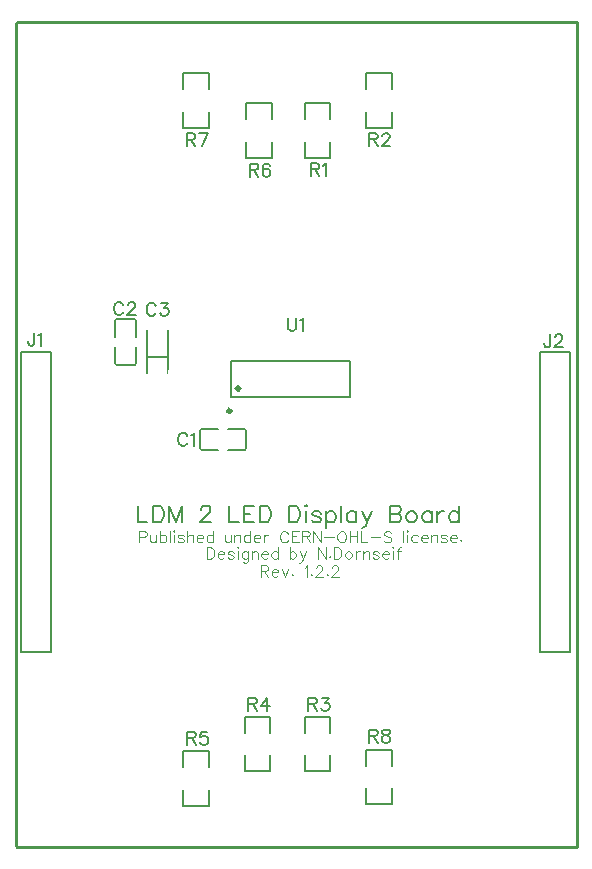
<source format=gto>
G04 Layer: TopSilkscreenLayer*
G04 EasyEDA v6.5.23, 2023-06-06 19:11:06*
G04 440996f75ca54165bcb2688da9f4019d,0997c0c323a540828c61b468e30a80a1,10*
G04 Gerber Generator version 0.2*
G04 Scale: 100 percent, Rotated: No, Reflected: No *
G04 Dimensions in millimeters *
G04 leading zeros omitted , absolute positions ,4 integer and 5 decimal *
%FSLAX45Y45*%
%MOMM*%

%ADD10C,0.1700*%
%ADD11C,0.1200*%
%ADD12C,0.1524*%
%ADD13C,0.2540*%
%ADD14C,0.2032*%
%ADD15C,0.2030*%
%ADD16C,0.3000*%
%ADD17C,0.0105*%

%LPD*%
D10*
X2476500Y7695184D02*
G01*
X2476500Y7551928D01*
X2476500Y7551928D02*
G01*
X2558288Y7551928D01*
X2603245Y7695184D02*
G01*
X2603245Y7551928D01*
X2603245Y7695184D02*
G01*
X2650997Y7695184D01*
X2671572Y7688326D01*
X2685034Y7674610D01*
X2691891Y7661147D01*
X2698750Y7640573D01*
X2698750Y7606537D01*
X2691891Y7585963D01*
X2685034Y7572502D01*
X2671572Y7558786D01*
X2650997Y7551928D01*
X2603245Y7551928D01*
X2743708Y7695184D02*
G01*
X2743708Y7551928D01*
X2743708Y7695184D02*
G01*
X2798318Y7551928D01*
X2852927Y7695184D02*
G01*
X2798318Y7551928D01*
X2852927Y7695184D02*
G01*
X2852927Y7551928D01*
X3009645Y7661147D02*
G01*
X3009645Y7668005D01*
X3016504Y7681468D01*
X3023361Y7688326D01*
X3037077Y7695184D01*
X3064256Y7695184D01*
X3077972Y7688326D01*
X3084575Y7681468D01*
X3091434Y7668005D01*
X3091434Y7654289D01*
X3084575Y7640573D01*
X3071113Y7620254D01*
X3002788Y7551928D01*
X3098291Y7551928D01*
X3248406Y7695184D02*
G01*
X3248406Y7551928D01*
X3248406Y7551928D02*
G01*
X3330193Y7551928D01*
X3375152Y7695184D02*
G01*
X3375152Y7551928D01*
X3375152Y7695184D02*
G01*
X3463797Y7695184D01*
X3375152Y7626858D02*
G01*
X3429761Y7626858D01*
X3375152Y7551928D02*
G01*
X3463797Y7551928D01*
X3508756Y7695184D02*
G01*
X3508756Y7551928D01*
X3508756Y7695184D02*
G01*
X3556508Y7695184D01*
X3576827Y7688326D01*
X3590543Y7674610D01*
X3597402Y7661147D01*
X3604259Y7640573D01*
X3604259Y7606537D01*
X3597402Y7585963D01*
X3590543Y7572502D01*
X3576827Y7558786D01*
X3556508Y7551928D01*
X3508756Y7551928D01*
X3754120Y7695184D02*
G01*
X3754120Y7551928D01*
X3754120Y7695184D02*
G01*
X3801872Y7695184D01*
X3822445Y7688326D01*
X3836161Y7674610D01*
X3842765Y7661147D01*
X3849624Y7640573D01*
X3849624Y7606537D01*
X3842765Y7585963D01*
X3836161Y7572502D01*
X3822445Y7558786D01*
X3801872Y7551928D01*
X3754120Y7551928D01*
X3894581Y7695184D02*
G01*
X3901440Y7688326D01*
X3908297Y7695184D01*
X3901440Y7702042D01*
X3894581Y7695184D01*
X3901440Y7647431D02*
G01*
X3901440Y7551928D01*
X4028440Y7626858D02*
G01*
X4021581Y7640573D01*
X4001008Y7647431D01*
X3980688Y7647431D01*
X3960113Y7640573D01*
X3953256Y7626858D01*
X3960113Y7613395D01*
X3973829Y7606537D01*
X4007865Y7599679D01*
X4021581Y7592821D01*
X4028440Y7579360D01*
X4028440Y7572502D01*
X4021581Y7558786D01*
X4001008Y7551928D01*
X3980688Y7551928D01*
X3960113Y7558786D01*
X3953256Y7572502D01*
X4073397Y7647431D02*
G01*
X4073397Y7504176D01*
X4073397Y7626858D02*
G01*
X4086859Y7640573D01*
X4100575Y7647431D01*
X4121150Y7647431D01*
X4134611Y7640573D01*
X4148327Y7626858D01*
X4155186Y7606537D01*
X4155186Y7592821D01*
X4148327Y7572502D01*
X4134611Y7558786D01*
X4121150Y7551928D01*
X4100575Y7551928D01*
X4086859Y7558786D01*
X4073397Y7572502D01*
X4200143Y7695184D02*
G01*
X4200143Y7551928D01*
X4326890Y7647431D02*
G01*
X4326890Y7551928D01*
X4326890Y7626858D02*
G01*
X4313427Y7640573D01*
X4299711Y7647431D01*
X4279138Y7647431D01*
X4265675Y7640573D01*
X4251959Y7626858D01*
X4245102Y7606537D01*
X4245102Y7592821D01*
X4251959Y7572502D01*
X4265675Y7558786D01*
X4279138Y7551928D01*
X4299711Y7551928D01*
X4313427Y7558786D01*
X4326890Y7572502D01*
X4378706Y7647431D02*
G01*
X4419600Y7551928D01*
X4460493Y7647431D02*
G01*
X4419600Y7551928D01*
X4406138Y7524750D01*
X4392422Y7511034D01*
X4378706Y7504176D01*
X4371847Y7504176D01*
X4610608Y7695184D02*
G01*
X4610608Y7551928D01*
X4610608Y7695184D02*
G01*
X4672075Y7695184D01*
X4692395Y7688326D01*
X4699254Y7681468D01*
X4706111Y7668005D01*
X4706111Y7654289D01*
X4699254Y7640573D01*
X4692395Y7633715D01*
X4672075Y7626858D01*
X4610608Y7626858D02*
G01*
X4672075Y7626858D01*
X4692395Y7620254D01*
X4699254Y7613395D01*
X4706111Y7599679D01*
X4706111Y7579360D01*
X4699254Y7565644D01*
X4692395Y7558786D01*
X4672075Y7551928D01*
X4610608Y7551928D01*
X4785106Y7647431D02*
G01*
X4771390Y7640573D01*
X4757927Y7626858D01*
X4751070Y7606537D01*
X4751070Y7592821D01*
X4757927Y7572502D01*
X4771390Y7558786D01*
X4785106Y7551928D01*
X4805679Y7551928D01*
X4819141Y7558786D01*
X4832858Y7572502D01*
X4839715Y7592821D01*
X4839715Y7606537D01*
X4832858Y7626858D01*
X4819141Y7640573D01*
X4805679Y7647431D01*
X4785106Y7647431D01*
X4966461Y7647431D02*
G01*
X4966461Y7551928D01*
X4966461Y7626858D02*
G01*
X4952745Y7640573D01*
X4939284Y7647431D01*
X4918709Y7647431D01*
X4905247Y7640573D01*
X4891531Y7626858D01*
X4884674Y7606537D01*
X4884674Y7592821D01*
X4891531Y7572502D01*
X4905247Y7558786D01*
X4918709Y7551928D01*
X4939284Y7551928D01*
X4952745Y7558786D01*
X4966461Y7572502D01*
X5011420Y7647431D02*
G01*
X5011420Y7551928D01*
X5011420Y7606537D02*
G01*
X5018277Y7626858D01*
X5031993Y7640573D01*
X5045709Y7647431D01*
X5066029Y7647431D01*
X5192775Y7695184D02*
G01*
X5192775Y7551928D01*
X5192775Y7626858D02*
G01*
X5179313Y7640573D01*
X5165597Y7647431D01*
X5145024Y7647431D01*
X5131561Y7640573D01*
X5117845Y7626858D01*
X5110988Y7606537D01*
X5110988Y7592821D01*
X5117845Y7572502D01*
X5131561Y7558786D01*
X5145024Y7551928D01*
X5165597Y7551928D01*
X5179313Y7558786D01*
X5192775Y7572502D01*
D11*
X2489200Y7479537D02*
G01*
X2489200Y7384034D01*
X2489200Y7479537D02*
G01*
X2530093Y7479537D01*
X2543809Y7474965D01*
X2548381Y7470394D01*
X2552954Y7461504D01*
X2552954Y7447787D01*
X2548381Y7438644D01*
X2543809Y7434071D01*
X2530093Y7429500D01*
X2489200Y7429500D01*
X2582925Y7447787D02*
G01*
X2582925Y7402321D01*
X2587497Y7388605D01*
X2596388Y7384034D01*
X2610104Y7384034D01*
X2619247Y7388605D01*
X2632709Y7402321D01*
X2632709Y7447787D02*
G01*
X2632709Y7384034D01*
X2662936Y7479537D02*
G01*
X2662936Y7384034D01*
X2662936Y7434071D02*
G01*
X2671825Y7443215D01*
X2680970Y7447787D01*
X2694686Y7447787D01*
X2703829Y7443215D01*
X2712720Y7434071D01*
X2717291Y7420610D01*
X2717291Y7411465D01*
X2712720Y7397750D01*
X2703829Y7388605D01*
X2694686Y7384034D01*
X2680970Y7384034D01*
X2671825Y7388605D01*
X2662936Y7397750D01*
X2747263Y7479537D02*
G01*
X2747263Y7384034D01*
X2777490Y7479537D02*
G01*
X2781808Y7474965D01*
X2786379Y7479537D01*
X2781808Y7484110D01*
X2777490Y7479537D01*
X2781808Y7447787D02*
G01*
X2781808Y7384034D01*
X2866390Y7434071D02*
G01*
X2861818Y7443215D01*
X2848356Y7447787D01*
X2834640Y7447787D01*
X2820924Y7443215D01*
X2816352Y7434071D01*
X2820924Y7425181D01*
X2830068Y7420610D01*
X2852927Y7416037D01*
X2861818Y7411465D01*
X2866390Y7402321D01*
X2866390Y7397750D01*
X2861818Y7388605D01*
X2848356Y7384034D01*
X2834640Y7384034D01*
X2820924Y7388605D01*
X2816352Y7397750D01*
X2896361Y7479537D02*
G01*
X2896361Y7384034D01*
X2896361Y7429500D02*
G01*
X2910077Y7443215D01*
X2919222Y7447787D01*
X2932938Y7447787D01*
X2941827Y7443215D01*
X2946400Y7429500D01*
X2946400Y7384034D01*
X2976372Y7420610D02*
G01*
X3030981Y7420610D01*
X3030981Y7429500D01*
X3026409Y7438644D01*
X3021838Y7443215D01*
X3012947Y7447787D01*
X2999231Y7447787D01*
X2990088Y7443215D01*
X2980943Y7434071D01*
X2976372Y7420610D01*
X2976372Y7411465D01*
X2980943Y7397750D01*
X2990088Y7388605D01*
X2999231Y7384034D01*
X3012947Y7384034D01*
X3021838Y7388605D01*
X3030981Y7397750D01*
X3115563Y7479537D02*
G01*
X3115563Y7384034D01*
X3115563Y7434071D02*
G01*
X3106420Y7443215D01*
X3097275Y7447787D01*
X3083813Y7447787D01*
X3074670Y7443215D01*
X3065525Y7434071D01*
X3060954Y7420610D01*
X3060954Y7411465D01*
X3065525Y7397750D01*
X3074670Y7388605D01*
X3083813Y7384034D01*
X3097275Y7384034D01*
X3106420Y7388605D01*
X3115563Y7397750D01*
X3215640Y7447787D02*
G01*
X3215640Y7402321D01*
X3220211Y7388605D01*
X3229102Y7384034D01*
X3242818Y7384034D01*
X3251961Y7388605D01*
X3265677Y7402321D01*
X3265677Y7447787D02*
G01*
X3265677Y7384034D01*
X3295650Y7447787D02*
G01*
X3295650Y7384034D01*
X3295650Y7429500D02*
G01*
X3309111Y7443215D01*
X3318256Y7447787D01*
X3331972Y7447787D01*
X3341115Y7443215D01*
X3345688Y7429500D01*
X3345688Y7384034D01*
X3430015Y7479537D02*
G01*
X3430015Y7384034D01*
X3430015Y7434071D02*
G01*
X3421125Y7443215D01*
X3411981Y7447787D01*
X3398265Y7447787D01*
X3389122Y7443215D01*
X3380231Y7434071D01*
X3375659Y7420610D01*
X3375659Y7411465D01*
X3380231Y7397750D01*
X3389122Y7388605D01*
X3398265Y7384034D01*
X3411981Y7384034D01*
X3421125Y7388605D01*
X3430015Y7397750D01*
X3459988Y7420610D02*
G01*
X3514597Y7420610D01*
X3514597Y7429500D01*
X3510025Y7438644D01*
X3505454Y7443215D01*
X3496563Y7447787D01*
X3482847Y7447787D01*
X3473704Y7443215D01*
X3464559Y7434071D01*
X3459988Y7420610D01*
X3459988Y7411465D01*
X3464559Y7397750D01*
X3473704Y7388605D01*
X3482847Y7384034D01*
X3496563Y7384034D01*
X3505454Y7388605D01*
X3514597Y7397750D01*
X3544570Y7447787D02*
G01*
X3544570Y7384034D01*
X3544570Y7420610D02*
G01*
X3549141Y7434071D01*
X3558286Y7443215D01*
X3567429Y7447787D01*
X3580891Y7447787D01*
X3749293Y7456931D02*
G01*
X3744722Y7466076D01*
X3735577Y7474965D01*
X3726434Y7479537D01*
X3708400Y7479537D01*
X3699256Y7474965D01*
X3690111Y7466076D01*
X3685540Y7456931D01*
X3680968Y7443215D01*
X3680968Y7420610D01*
X3685540Y7406894D01*
X3690111Y7397750D01*
X3699256Y7388605D01*
X3708400Y7384034D01*
X3726434Y7384034D01*
X3735577Y7388605D01*
X3744722Y7397750D01*
X3749293Y7406894D01*
X3779265Y7479537D02*
G01*
X3779265Y7384034D01*
X3779265Y7479537D02*
G01*
X3838193Y7479537D01*
X3779265Y7434071D02*
G01*
X3815588Y7434071D01*
X3779265Y7384034D02*
G01*
X3838193Y7384034D01*
X3868165Y7479537D02*
G01*
X3868165Y7384034D01*
X3868165Y7479537D02*
G01*
X3909313Y7479537D01*
X3922775Y7474965D01*
X3927347Y7470394D01*
X3931920Y7461504D01*
X3931920Y7452360D01*
X3927347Y7443215D01*
X3922775Y7438644D01*
X3909313Y7434071D01*
X3868165Y7434071D01*
X3900170Y7434071D02*
G01*
X3931920Y7384034D01*
X3961891Y7479537D02*
G01*
X3961891Y7384034D01*
X3961891Y7479537D02*
G01*
X4025645Y7384034D01*
X4025645Y7479537D02*
G01*
X4025645Y7384034D01*
X4055618Y7425181D02*
G01*
X4137406Y7425181D01*
X4194556Y7479537D02*
G01*
X4185665Y7474965D01*
X4176522Y7466076D01*
X4171950Y7456931D01*
X4167377Y7443215D01*
X4167377Y7420610D01*
X4171950Y7406894D01*
X4176522Y7397750D01*
X4185665Y7388605D01*
X4194556Y7384034D01*
X4212843Y7384034D01*
X4221988Y7388605D01*
X4231131Y7397750D01*
X4235450Y7406894D01*
X4240022Y7420610D01*
X4240022Y7443215D01*
X4235450Y7456931D01*
X4231131Y7466076D01*
X4221988Y7474965D01*
X4212843Y7479537D01*
X4194556Y7479537D01*
X4269993Y7479537D02*
G01*
X4269993Y7384034D01*
X4333747Y7479537D02*
G01*
X4333747Y7384034D01*
X4269993Y7434071D02*
G01*
X4333747Y7434071D01*
X4363720Y7479537D02*
G01*
X4363720Y7384034D01*
X4363720Y7384034D02*
G01*
X4418329Y7384034D01*
X4448302Y7425181D02*
G01*
X4530090Y7425181D01*
X4623815Y7466076D02*
G01*
X4614672Y7474965D01*
X4600956Y7479537D01*
X4582922Y7479537D01*
X4569206Y7474965D01*
X4560061Y7466076D01*
X4560061Y7456931D01*
X4564634Y7447787D01*
X4569206Y7443215D01*
X4578350Y7438644D01*
X4605527Y7429500D01*
X4614672Y7425181D01*
X4619243Y7420610D01*
X4623815Y7411465D01*
X4623815Y7397750D01*
X4614672Y7388605D01*
X4600956Y7384034D01*
X4582922Y7384034D01*
X4569206Y7388605D01*
X4560061Y7397750D01*
X4723638Y7479537D02*
G01*
X4723638Y7384034D01*
X4753863Y7479537D02*
G01*
X4758181Y7474965D01*
X4762754Y7479537D01*
X4758181Y7484110D01*
X4753863Y7479537D01*
X4758181Y7447787D02*
G01*
X4758181Y7384034D01*
X4847336Y7434071D02*
G01*
X4838191Y7443215D01*
X4829302Y7447787D01*
X4815586Y7447787D01*
X4806441Y7443215D01*
X4797297Y7434071D01*
X4792725Y7420610D01*
X4792725Y7411465D01*
X4797297Y7397750D01*
X4806441Y7388605D01*
X4815586Y7384034D01*
X4829302Y7384034D01*
X4838191Y7388605D01*
X4847336Y7397750D01*
X4877308Y7420610D02*
G01*
X4931918Y7420610D01*
X4931918Y7429500D01*
X4927345Y7438644D01*
X4922774Y7443215D01*
X4913629Y7447787D01*
X4900168Y7447787D01*
X4891024Y7443215D01*
X4881879Y7434071D01*
X4877308Y7420610D01*
X4877308Y7411465D01*
X4881879Y7397750D01*
X4891024Y7388605D01*
X4900168Y7384034D01*
X4913629Y7384034D01*
X4922774Y7388605D01*
X4931918Y7397750D01*
X4961890Y7447787D02*
G01*
X4961890Y7384034D01*
X4961890Y7429500D02*
G01*
X4975606Y7443215D01*
X4984750Y7447787D01*
X4998211Y7447787D01*
X5007356Y7443215D01*
X5011927Y7429500D01*
X5011927Y7384034D01*
X5091938Y7434071D02*
G01*
X5087365Y7443215D01*
X5073650Y7447787D01*
X5060188Y7447787D01*
X5046472Y7443215D01*
X5041900Y7434071D01*
X5046472Y7425181D01*
X5055615Y7420610D01*
X5078222Y7416037D01*
X5087365Y7411465D01*
X5091938Y7402321D01*
X5091938Y7397750D01*
X5087365Y7388605D01*
X5073650Y7384034D01*
X5060188Y7384034D01*
X5046472Y7388605D01*
X5041900Y7397750D01*
X5121909Y7420610D02*
G01*
X5176520Y7420610D01*
X5176520Y7429500D01*
X5171947Y7438644D01*
X5167375Y7443215D01*
X5158231Y7447787D01*
X5144770Y7447787D01*
X5135625Y7443215D01*
X5126481Y7434071D01*
X5121909Y7420610D01*
X5121909Y7411465D01*
X5126481Y7397750D01*
X5135625Y7388605D01*
X5144770Y7384034D01*
X5158231Y7384034D01*
X5167375Y7388605D01*
X5176520Y7397750D01*
X5211063Y7406894D02*
G01*
X5206491Y7402321D01*
X5211063Y7397750D01*
X5215636Y7402321D01*
X5211063Y7406894D01*
X3517900Y7187437D02*
G01*
X3517900Y7091934D01*
X3517900Y7187437D02*
G01*
X3558793Y7187437D01*
X3572509Y7182865D01*
X3577081Y7178294D01*
X3581654Y7169404D01*
X3581654Y7160260D01*
X3577081Y7151115D01*
X3572509Y7146544D01*
X3558793Y7141971D01*
X3517900Y7141971D01*
X3549650Y7141971D02*
G01*
X3581654Y7091934D01*
X3611625Y7128510D02*
G01*
X3665981Y7128510D01*
X3665981Y7137400D01*
X3661409Y7146544D01*
X3657091Y7151115D01*
X3647947Y7155687D01*
X3634231Y7155687D01*
X3625088Y7151115D01*
X3616197Y7141971D01*
X3611625Y7128510D01*
X3611625Y7119365D01*
X3616197Y7105650D01*
X3625088Y7096505D01*
X3634231Y7091934D01*
X3647947Y7091934D01*
X3657091Y7096505D01*
X3665981Y7105650D01*
X3696208Y7155687D02*
G01*
X3723386Y7091934D01*
X3750563Y7155687D02*
G01*
X3723386Y7091934D01*
X3785108Y7114794D02*
G01*
X3780536Y7110221D01*
X3785108Y7105650D01*
X3789679Y7110221D01*
X3785108Y7114794D01*
X3889756Y7169404D02*
G01*
X3898900Y7173976D01*
X3912361Y7187437D01*
X3912361Y7091934D01*
X3946906Y7114794D02*
G01*
X3942334Y7110221D01*
X3946906Y7105650D01*
X3951477Y7110221D01*
X3946906Y7114794D01*
X3986022Y7164831D02*
G01*
X3986022Y7169404D01*
X3990593Y7178294D01*
X3995165Y7182865D01*
X4004309Y7187437D01*
X4022343Y7187437D01*
X4031488Y7182865D01*
X4036059Y7178294D01*
X4040631Y7169404D01*
X4040631Y7160260D01*
X4036059Y7151115D01*
X4026915Y7137400D01*
X3981450Y7091934D01*
X4045204Y7091934D01*
X4079747Y7114794D02*
G01*
X4075175Y7110221D01*
X4079747Y7105650D01*
X4084320Y7110221D01*
X4079747Y7114794D01*
X4118863Y7164831D02*
G01*
X4118863Y7169404D01*
X4123436Y7178294D01*
X4128008Y7182865D01*
X4136897Y7187437D01*
X4155186Y7187437D01*
X4164329Y7182865D01*
X4168902Y7178294D01*
X4173474Y7169404D01*
X4173474Y7160260D01*
X4168902Y7151115D01*
X4159758Y7137400D01*
X4114291Y7091934D01*
X4177791Y7091934D01*
X3060700Y7339837D02*
G01*
X3060700Y7244334D01*
X3060700Y7339837D02*
G01*
X3092450Y7339837D01*
X3106165Y7335265D01*
X3115309Y7326376D01*
X3119881Y7317231D01*
X3124454Y7303515D01*
X3124454Y7280910D01*
X3119881Y7267194D01*
X3115309Y7258050D01*
X3106165Y7248905D01*
X3092450Y7244334D01*
X3060700Y7244334D01*
X3154425Y7280910D02*
G01*
X3208781Y7280910D01*
X3208781Y7289800D01*
X3204209Y7298944D01*
X3199891Y7303515D01*
X3190747Y7308087D01*
X3177031Y7308087D01*
X3167888Y7303515D01*
X3158997Y7294371D01*
X3154425Y7280910D01*
X3154425Y7271765D01*
X3158997Y7258050D01*
X3167888Y7248905D01*
X3177031Y7244334D01*
X3190747Y7244334D01*
X3199891Y7248905D01*
X3208781Y7258050D01*
X3288791Y7294371D02*
G01*
X3284220Y7303515D01*
X3270758Y7308087D01*
X3257041Y7308087D01*
X3243325Y7303515D01*
X3239008Y7294371D01*
X3243325Y7285481D01*
X3252470Y7280910D01*
X3275329Y7276337D01*
X3284220Y7271765D01*
X3288791Y7262621D01*
X3288791Y7258050D01*
X3284220Y7248905D01*
X3270758Y7244334D01*
X3257041Y7244334D01*
X3243325Y7248905D01*
X3239008Y7258050D01*
X3318763Y7339837D02*
G01*
X3323336Y7335265D01*
X3327908Y7339837D01*
X3323336Y7344410D01*
X3318763Y7339837D01*
X3323336Y7308087D02*
G01*
X3323336Y7244334D01*
X3412490Y7308087D02*
G01*
X3412490Y7235444D01*
X3407918Y7221728D01*
X3403345Y7217155D01*
X3394456Y7212584D01*
X3380740Y7212584D01*
X3371595Y7217155D01*
X3412490Y7294371D02*
G01*
X3403345Y7303515D01*
X3394456Y7308087D01*
X3380740Y7308087D01*
X3371595Y7303515D01*
X3362452Y7294371D01*
X3357879Y7280910D01*
X3357879Y7271765D01*
X3362452Y7258050D01*
X3371595Y7248905D01*
X3380740Y7244334D01*
X3394456Y7244334D01*
X3403345Y7248905D01*
X3412490Y7258050D01*
X3442461Y7308087D02*
G01*
X3442461Y7244334D01*
X3442461Y7289800D02*
G01*
X3456177Y7303515D01*
X3465322Y7308087D01*
X3478784Y7308087D01*
X3487927Y7303515D01*
X3492500Y7289800D01*
X3492500Y7244334D01*
X3522472Y7280910D02*
G01*
X3577081Y7280910D01*
X3577081Y7289800D01*
X3572509Y7298944D01*
X3567938Y7303515D01*
X3558793Y7308087D01*
X3545331Y7308087D01*
X3536188Y7303515D01*
X3527043Y7294371D01*
X3522472Y7280910D01*
X3522472Y7271765D01*
X3527043Y7258050D01*
X3536188Y7248905D01*
X3545331Y7244334D01*
X3558793Y7244334D01*
X3567938Y7248905D01*
X3577081Y7258050D01*
X3661663Y7339837D02*
G01*
X3661663Y7244334D01*
X3661663Y7294371D02*
G01*
X3652520Y7303515D01*
X3643375Y7308087D01*
X3629913Y7308087D01*
X3620770Y7303515D01*
X3611625Y7294371D01*
X3607054Y7280910D01*
X3607054Y7271765D01*
X3611625Y7258050D01*
X3620770Y7248905D01*
X3629913Y7244334D01*
X3643375Y7244334D01*
X3652520Y7248905D01*
X3661663Y7258050D01*
X3761486Y7339837D02*
G01*
X3761486Y7244334D01*
X3761486Y7294371D02*
G01*
X3770629Y7303515D01*
X3779774Y7308087D01*
X3793490Y7308087D01*
X3802634Y7303515D01*
X3811524Y7294371D01*
X3816095Y7280910D01*
X3816095Y7271765D01*
X3811524Y7258050D01*
X3802634Y7248905D01*
X3793490Y7244334D01*
X3779774Y7244334D01*
X3770629Y7248905D01*
X3761486Y7258050D01*
X3850640Y7308087D02*
G01*
X3878072Y7244334D01*
X3905250Y7308087D02*
G01*
X3878072Y7244334D01*
X3868927Y7226300D01*
X3859784Y7217155D01*
X3850640Y7212584D01*
X3846068Y7212584D01*
X4005325Y7339837D02*
G01*
X4005325Y7244334D01*
X4005325Y7339837D02*
G01*
X4068825Y7244334D01*
X4068825Y7339837D02*
G01*
X4068825Y7244334D01*
X4103370Y7267194D02*
G01*
X4098797Y7262621D01*
X4103370Y7258050D01*
X4107941Y7262621D01*
X4103370Y7267194D01*
X4137913Y7339837D02*
G01*
X4137913Y7244334D01*
X4137913Y7339837D02*
G01*
X4169663Y7339837D01*
X4183379Y7335265D01*
X4192524Y7326376D01*
X4197095Y7317231D01*
X4201668Y7303515D01*
X4201668Y7280910D01*
X4197095Y7267194D01*
X4192524Y7258050D01*
X4183379Y7248905D01*
X4169663Y7244334D01*
X4137913Y7244334D01*
X4254245Y7308087D02*
G01*
X4245356Y7303515D01*
X4236211Y7294371D01*
X4231640Y7280910D01*
X4231640Y7271765D01*
X4236211Y7258050D01*
X4245356Y7248905D01*
X4254245Y7244334D01*
X4267961Y7244334D01*
X4277106Y7248905D01*
X4286250Y7258050D01*
X4290822Y7271765D01*
X4290822Y7280910D01*
X4286250Y7294371D01*
X4277106Y7303515D01*
X4267961Y7308087D01*
X4254245Y7308087D01*
X4320793Y7308087D02*
G01*
X4320793Y7244334D01*
X4320793Y7280910D02*
G01*
X4325365Y7294371D01*
X4334256Y7303515D01*
X4343400Y7308087D01*
X4357115Y7308087D01*
X4387088Y7308087D02*
G01*
X4387088Y7244334D01*
X4387088Y7289800D02*
G01*
X4400804Y7303515D01*
X4409693Y7308087D01*
X4423409Y7308087D01*
X4432554Y7303515D01*
X4437125Y7289800D01*
X4437125Y7244334D01*
X4517136Y7294371D02*
G01*
X4512563Y7303515D01*
X4498847Y7308087D01*
X4485131Y7308087D01*
X4471670Y7303515D01*
X4467097Y7294371D01*
X4471670Y7285481D01*
X4480813Y7280910D01*
X4503420Y7276337D01*
X4512563Y7271765D01*
X4517136Y7262621D01*
X4517136Y7258050D01*
X4512563Y7248905D01*
X4498847Y7244334D01*
X4485131Y7244334D01*
X4471670Y7248905D01*
X4467097Y7258050D01*
X4547108Y7280910D02*
G01*
X4601718Y7280910D01*
X4601718Y7289800D01*
X4597145Y7298944D01*
X4592574Y7303515D01*
X4583429Y7308087D01*
X4569713Y7308087D01*
X4560824Y7303515D01*
X4551679Y7294371D01*
X4547108Y7280910D01*
X4547108Y7271765D01*
X4551679Y7258050D01*
X4560824Y7248905D01*
X4569713Y7244334D01*
X4583429Y7244334D01*
X4592574Y7248905D01*
X4601718Y7258050D01*
X4631690Y7339837D02*
G01*
X4636261Y7335265D01*
X4640579Y7339837D01*
X4636261Y7344410D01*
X4631690Y7339837D01*
X4636261Y7308087D02*
G01*
X4636261Y7244334D01*
X4707127Y7339837D02*
G01*
X4697984Y7339837D01*
X4688840Y7335265D01*
X4684268Y7321804D01*
X4684268Y7244334D01*
X4670806Y7308087D02*
G01*
X4702556Y7308087D01*
D12*
X2630677Y9385808D02*
G01*
X2625343Y9396221D01*
X2614929Y9406636D01*
X2604770Y9411715D01*
X2583941Y9411715D01*
X2573527Y9406636D01*
X2563113Y9396221D01*
X2557779Y9385808D01*
X2552700Y9370060D01*
X2552700Y9344152D01*
X2557779Y9328658D01*
X2563113Y9318244D01*
X2573527Y9307829D01*
X2583941Y9302750D01*
X2604770Y9302750D01*
X2614929Y9307829D01*
X2625343Y9318244D01*
X2630677Y9328658D01*
X2675381Y9411715D02*
G01*
X2732531Y9411715D01*
X2701290Y9370060D01*
X2716784Y9370060D01*
X2727197Y9364979D01*
X2732531Y9359900D01*
X2737611Y9344152D01*
X2737611Y9333737D01*
X2732531Y9318244D01*
X2722118Y9307829D01*
X2706370Y9302750D01*
X2690875Y9302750D01*
X2675381Y9307829D01*
X2670047Y9312910D01*
X2664968Y9323324D01*
X3746500Y9284715D02*
G01*
X3746500Y9206737D01*
X3751579Y9191244D01*
X3761993Y9180829D01*
X3777741Y9175750D01*
X3788156Y9175750D01*
X3803650Y9180829D01*
X3814063Y9191244D01*
X3819143Y9206737D01*
X3819143Y9284715D01*
X3853434Y9263887D02*
G01*
X3863847Y9269221D01*
X3879595Y9284715D01*
X3879595Y9175750D01*
X1601470Y9157715D02*
G01*
X1601470Y9074658D01*
X1596136Y9058910D01*
X1591055Y9053829D01*
X1580642Y9048750D01*
X1570228Y9048750D01*
X1559813Y9053829D01*
X1554479Y9058910D01*
X1549400Y9074658D01*
X1549400Y9085071D01*
X1635760Y9136887D02*
G01*
X1645920Y9142221D01*
X1661668Y9157715D01*
X1661668Y9048750D01*
X5970270Y9145015D02*
G01*
X5970270Y9061958D01*
X5964936Y9046210D01*
X5959856Y9041129D01*
X5949441Y9036050D01*
X5939027Y9036050D01*
X5928613Y9041129D01*
X5923279Y9046210D01*
X5918200Y9061958D01*
X5918200Y9072371D01*
X6009640Y9119108D02*
G01*
X6009640Y9124187D01*
X6014720Y9134602D01*
X6020054Y9139936D01*
X6030468Y9145015D01*
X6051295Y9145015D01*
X6061709Y9139936D01*
X6066790Y9134602D01*
X6071870Y9124187D01*
X6071870Y9113774D01*
X6066790Y9103360D01*
X6056375Y9087865D01*
X6004559Y9036050D01*
X6077204Y9036050D01*
X4434840Y5797550D02*
G01*
X4434840Y5688584D01*
X4434840Y5797550D02*
G01*
X4481575Y5797550D01*
X4497070Y5792470D01*
X4502150Y5787136D01*
X4507484Y5776976D01*
X4507484Y5766562D01*
X4502150Y5756147D01*
X4497070Y5750813D01*
X4481575Y5745734D01*
X4434840Y5745734D01*
X4471161Y5745734D02*
G01*
X4507484Y5688584D01*
X4567681Y5797550D02*
G01*
X4552188Y5792470D01*
X4546854Y5782055D01*
X4546854Y5771642D01*
X4552188Y5761228D01*
X4562602Y5756147D01*
X4583429Y5750813D01*
X4598924Y5745734D01*
X4609338Y5735320D01*
X4614418Y5724905D01*
X4614418Y5709412D01*
X4609338Y5698997D01*
X4604004Y5693663D01*
X4588509Y5688584D01*
X4567681Y5688584D01*
X4552188Y5693663D01*
X4546854Y5698997D01*
X4541774Y5709412D01*
X4541774Y5724905D01*
X4546854Y5735320D01*
X4557268Y5745734D01*
X4573015Y5750813D01*
X4593590Y5756147D01*
X4604004Y5761228D01*
X4609338Y5771642D01*
X4609338Y5782055D01*
X4604004Y5792470D01*
X4588509Y5797550D01*
X4567681Y5797550D01*
X2895879Y8284819D02*
G01*
X2890545Y8295233D01*
X2880131Y8305647D01*
X2869971Y8310727D01*
X2849143Y8310727D01*
X2838729Y8305647D01*
X2828315Y8295233D01*
X2822981Y8284819D01*
X2817901Y8269071D01*
X2817901Y8243163D01*
X2822981Y8227669D01*
X2828315Y8217255D01*
X2838729Y8206841D01*
X2849143Y8201761D01*
X2869971Y8201761D01*
X2880131Y8206841D01*
X2890545Y8217255D01*
X2895879Y8227669D01*
X2930169Y8289899D02*
G01*
X2940583Y8295233D01*
X2956077Y8310727D01*
X2956077Y8201761D01*
X2353690Y9391218D02*
G01*
X2348356Y9401632D01*
X2337943Y9412046D01*
X2327783Y9417126D01*
X2306954Y9417126D01*
X2296540Y9412046D01*
X2286127Y9401632D01*
X2280793Y9391218D01*
X2275713Y9375470D01*
X2275713Y9349562D01*
X2280793Y9334068D01*
X2286127Y9323654D01*
X2296540Y9313240D01*
X2306954Y9308160D01*
X2327783Y9308160D01*
X2337943Y9313240D01*
X2348356Y9323654D01*
X2353690Y9334068D01*
X2393061Y9391218D02*
G01*
X2393061Y9396298D01*
X2398395Y9406712D01*
X2403475Y9412046D01*
X2413888Y9417126D01*
X2434716Y9417126D01*
X2445131Y9412046D01*
X2450211Y9406712D01*
X2455545Y9396298D01*
X2455545Y9385884D01*
X2450211Y9375470D01*
X2439797Y9359976D01*
X2387981Y9308160D01*
X2460625Y9308160D01*
X3939793Y10594263D02*
G01*
X3939793Y10485297D01*
X3939793Y10594263D02*
G01*
X3986529Y10594263D01*
X4002024Y10589183D01*
X4007358Y10583849D01*
X4012438Y10573435D01*
X4012438Y10563021D01*
X4007358Y10552607D01*
X4002024Y10547527D01*
X3986529Y10542447D01*
X3939793Y10542447D01*
X3976115Y10542447D02*
G01*
X4012438Y10485297D01*
X4046727Y10573435D02*
G01*
X4057141Y10578769D01*
X4072890Y10594263D01*
X4072890Y10485297D01*
X4435093Y10848263D02*
G01*
X4435093Y10739297D01*
X4435093Y10848263D02*
G01*
X4481829Y10848263D01*
X4497324Y10843183D01*
X4502658Y10837849D01*
X4507738Y10827435D01*
X4507738Y10817021D01*
X4502658Y10806607D01*
X4497324Y10801527D01*
X4481829Y10796447D01*
X4435093Y10796447D01*
X4471415Y10796447D02*
G01*
X4507738Y10739297D01*
X4547361Y10822355D02*
G01*
X4547361Y10827435D01*
X4552441Y10837849D01*
X4557775Y10843183D01*
X4568190Y10848263D01*
X4588763Y10848263D01*
X4599177Y10843183D01*
X4604511Y10837849D01*
X4609591Y10827435D01*
X4609591Y10817021D01*
X4604511Y10806607D01*
X4594097Y10791113D01*
X4542027Y10739297D01*
X4614925Y10739297D01*
X3921302Y6066739D02*
G01*
X3921302Y5957773D01*
X3921302Y6066739D02*
G01*
X3968038Y6066739D01*
X3983532Y6061659D01*
X3988866Y6056325D01*
X3993946Y6045911D01*
X3993946Y6035497D01*
X3988866Y6025083D01*
X3983532Y6020003D01*
X3968038Y6014923D01*
X3921302Y6014923D01*
X3957624Y6014923D02*
G01*
X3993946Y5957773D01*
X4038650Y6066739D02*
G01*
X4095800Y6066739D01*
X4064812Y6025083D01*
X4080306Y6025083D01*
X4090720Y6020003D01*
X4095800Y6014923D01*
X4101134Y5999175D01*
X4101134Y5988761D01*
X4095800Y5973267D01*
X4085386Y5962853D01*
X4069892Y5957773D01*
X4054398Y5957773D01*
X4038650Y5962853D01*
X4033570Y5967933D01*
X4028236Y5978347D01*
X3413302Y6066739D02*
G01*
X3413302Y5957773D01*
X3413302Y6066739D02*
G01*
X3460038Y6066739D01*
X3475532Y6061659D01*
X3480866Y6056325D01*
X3485946Y6045911D01*
X3485946Y6035497D01*
X3480866Y6025083D01*
X3475532Y6020003D01*
X3460038Y6014923D01*
X3413302Y6014923D01*
X3449624Y6014923D02*
G01*
X3485946Y5957773D01*
X3572306Y6066739D02*
G01*
X3520236Y5994095D01*
X3598214Y5994095D01*
X3572306Y6066739D02*
G01*
X3572306Y5957773D01*
X2895600Y5779515D02*
G01*
X2895600Y5670550D01*
X2895600Y5779515D02*
G01*
X2942336Y5779515D01*
X2957829Y5774436D01*
X2963163Y5769102D01*
X2968243Y5758687D01*
X2968243Y5748273D01*
X2963163Y5737860D01*
X2957829Y5732779D01*
X2942336Y5727700D01*
X2895600Y5727700D01*
X2931922Y5727700D02*
G01*
X2968243Y5670550D01*
X3065018Y5779515D02*
G01*
X3012947Y5779515D01*
X3007868Y5732779D01*
X3012947Y5737860D01*
X3028695Y5743194D01*
X3044190Y5743194D01*
X3059684Y5737860D01*
X3070097Y5727700D01*
X3075431Y5711952D01*
X3075431Y5701537D01*
X3070097Y5686044D01*
X3059684Y5675629D01*
X3044190Y5670550D01*
X3028695Y5670550D01*
X3012947Y5675629D01*
X3007868Y5680710D01*
X3002534Y5691123D01*
X3426002Y10587939D02*
G01*
X3426002Y10478973D01*
X3426002Y10587939D02*
G01*
X3472738Y10587939D01*
X3488232Y10582859D01*
X3493566Y10577525D01*
X3498646Y10567111D01*
X3498646Y10556697D01*
X3493566Y10546283D01*
X3488232Y10541203D01*
X3472738Y10536123D01*
X3426002Y10536123D01*
X3462324Y10536123D02*
G01*
X3498646Y10478973D01*
X3595420Y10572445D02*
G01*
X3590086Y10582859D01*
X3574592Y10587939D01*
X3564178Y10587939D01*
X3548684Y10582859D01*
X3538270Y10567111D01*
X3532936Y10541203D01*
X3532936Y10515295D01*
X3538270Y10494467D01*
X3548684Y10484053D01*
X3564178Y10478973D01*
X3569512Y10478973D01*
X3585006Y10484053D01*
X3595420Y10494467D01*
X3600500Y10509961D01*
X3600500Y10515295D01*
X3595420Y10530789D01*
X3585006Y10541203D01*
X3569512Y10546283D01*
X3564178Y10546283D01*
X3548684Y10541203D01*
X3538270Y10530789D01*
X3532936Y10515295D01*
X2891104Y10845850D02*
G01*
X2891104Y10736884D01*
X2891104Y10845850D02*
G01*
X2937840Y10845850D01*
X2953334Y10840770D01*
X2958668Y10835436D01*
X2963748Y10825022D01*
X2963748Y10814608D01*
X2958668Y10804194D01*
X2953334Y10799114D01*
X2937840Y10794034D01*
X2891104Y10794034D01*
X2927426Y10794034D02*
G01*
X2963748Y10736884D01*
X3070936Y10845850D02*
G01*
X3018866Y10736884D01*
X2998038Y10845850D02*
G01*
X3070936Y10845850D01*
G36*
X2721660Y8856980D02*
G01*
X2721660Y8811260D01*
X2736850Y8811260D01*
X2736850Y8856980D01*
G37*
G36*
X2546350Y8856980D02*
G01*
X2546350Y8811260D01*
X2561539Y8811260D01*
X2561539Y8856980D01*
G37*
D13*
X1462506Y11785600D02*
G01*
X6192494Y11785600D01*
X6192494Y4805603D01*
X1452498Y4805603D01*
X1442491Y4815611D01*
X1442491Y11775617D01*
X1452498Y11785600D01*
D12*
X2729222Y9184617D02*
G01*
X2729222Y8849382D01*
X2553977Y9184617D02*
G01*
X2553977Y8849382D01*
X2729222Y8956568D02*
G01*
X2553977Y8956568D01*
X3269279Y8610859D02*
G01*
X3269279Y8915140D01*
X4274520Y8915140D01*
X4274520Y8610859D01*
X3269279Y8610859D01*
D14*
X1739900Y8801100D02*
G01*
X1739900Y8991600D01*
X1485900Y8991600D01*
X1485900Y6451600D01*
X1739900Y6451600D01*
D15*
X1739900Y6451600D02*
G01*
X1739900Y8801100D01*
D14*
X6134100Y8801084D02*
G01*
X6134100Y8991584D01*
X5880100Y8991584D01*
X5880100Y6451584D01*
X6134100Y6451584D01*
D15*
X6134100Y6451584D02*
G01*
X6134100Y8801084D01*
D12*
X4413290Y5302379D02*
G01*
X4413290Y5166387D01*
X4629109Y5166387D01*
X4629109Y5302379D01*
X4413290Y5492620D02*
G01*
X4413290Y5628612D01*
X4629109Y5628612D01*
X4629109Y5492620D01*
X3381519Y8345360D02*
G01*
X3240519Y8345360D01*
X3240519Y8164639D02*
G01*
X3381519Y8164639D01*
X3396759Y8179879D02*
G01*
X3396759Y8330120D01*
X3019280Y8345360D02*
G01*
X3160280Y8345360D01*
X3160280Y8164639D02*
G01*
X3019280Y8164639D01*
X3004040Y8179879D02*
G01*
X3004040Y8330120D01*
X2465260Y8899380D02*
G01*
X2465260Y9040380D01*
X2284539Y9040380D02*
G01*
X2284539Y8899380D01*
X2299779Y8884140D02*
G01*
X2450020Y8884140D01*
X2465260Y9261619D02*
G01*
X2465260Y9120619D01*
X2284539Y9120619D02*
G01*
X2284539Y9261619D01*
X2299779Y9276859D02*
G01*
X2450020Y9276859D01*
X4108409Y10966320D02*
G01*
X4108409Y11102312D01*
X3892590Y11102312D01*
X3892590Y10966320D01*
X4108409Y10776079D02*
G01*
X4108409Y10640087D01*
X3892590Y10640087D01*
X3892590Y10776079D01*
X4629109Y11220320D02*
G01*
X4629109Y11356312D01*
X4413290Y11356312D01*
X4413290Y11220320D01*
X4629109Y11030079D02*
G01*
X4629109Y10894087D01*
X4413290Y10894087D01*
X4413290Y11030079D01*
X3892590Y5581779D02*
G01*
X3892590Y5445787D01*
X4108409Y5445787D01*
X4108409Y5581779D01*
X3892590Y5772020D02*
G01*
X3892590Y5908012D01*
X4108409Y5908012D01*
X4108409Y5772020D01*
X3384590Y5581779D02*
G01*
X3384590Y5445787D01*
X3600409Y5445787D01*
X3600409Y5581779D01*
X3384590Y5772020D02*
G01*
X3384590Y5908012D01*
X3600409Y5908012D01*
X3600409Y5772020D01*
X2863890Y5289679D02*
G01*
X2863890Y5153687D01*
X3079709Y5153687D01*
X3079709Y5289679D01*
X2863890Y5479920D02*
G01*
X2863890Y5615912D01*
X3079709Y5615912D01*
X3079709Y5479920D01*
X3613109Y10966320D02*
G01*
X3613109Y11102312D01*
X3397290Y11102312D01*
X3397290Y10966320D01*
X3613109Y10776079D02*
G01*
X3613109Y10640087D01*
X3397290Y10640087D01*
X3397290Y10776079D01*
X3079709Y11220320D02*
G01*
X3079709Y11356312D01*
X2863890Y11356312D01*
X2863890Y11220320D01*
X3079709Y11030079D02*
G01*
X3079709Y10894087D01*
X2863890Y10894087D01*
X2863890Y11030079D01*
G75*
G01*
X3381520Y8164640D02*
G03*
X3396760Y8179880I0J15240D01*
G75*
G01*
X3396760Y8330121D02*
G03*
X3381520Y8345360I-15240J-1D01*
G75*
G01*
X3019280Y8164640D02*
G02*
X3004040Y8179880I0J15240D01*
G75*
G01*
X3004040Y8330121D02*
G02*
X3019280Y8345360I15240J-1D01*
G75*
G01*
X2284540Y8899380D02*
G03*
X2299779Y8884140I15240J0D01*
G75*
G01*
X2450021Y8884140D02*
G03*
X2465260Y8899380I-1J15240D01*
G75*
G01*
X2284540Y9261620D02*
G02*
X2299779Y9276860I15240J0D01*
G75*
G01*
X2450021Y9276860D02*
G02*
X2465260Y9261620I-1J-15240D01*
D16*
G75*
G01
X3342411Y8686089D02*
G03X3342411Y8686089I-15011J0D01*
G75*
G01
X3266211Y8496300D02*
G03X3266211Y8496300I-15011J0D01*
M02*

</source>
